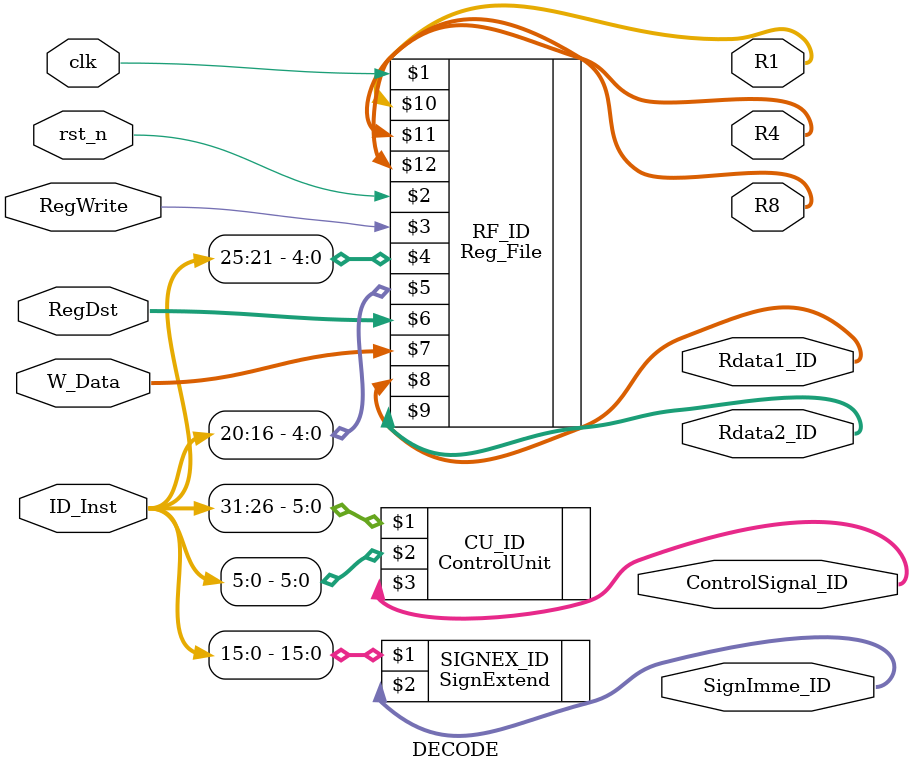
<source format=v>
`timescale 1ns/10ps
module DECODE(
    input clk, rst_n,
    input [31:0] ID_Inst,
    input RegWrite,
    input [31:0] W_Data,
    input [4:0] RegDst,
    output [8:0] ControlSignal_ID,
    output [31:0] Rdata1_ID, Rdata2_ID,
    output [31:0] SignImme_ID,
    output [31:0] R1, R4, R8
);

ControlUnit CU_ID(ID_Inst[31:26], ID_Inst[5:0], ControlSignal_ID);
Reg_File RF_ID(clk, rst_n, RegWrite, ID_Inst[25:21], ID_Inst[20:16], RegDst, W_Data, Rdata1_ID, Rdata2_ID, R1, R4, R8);
SignExtend SIGNEX_ID(ID_Inst[15:0], SignImme_ID);

endmodule
</source>
